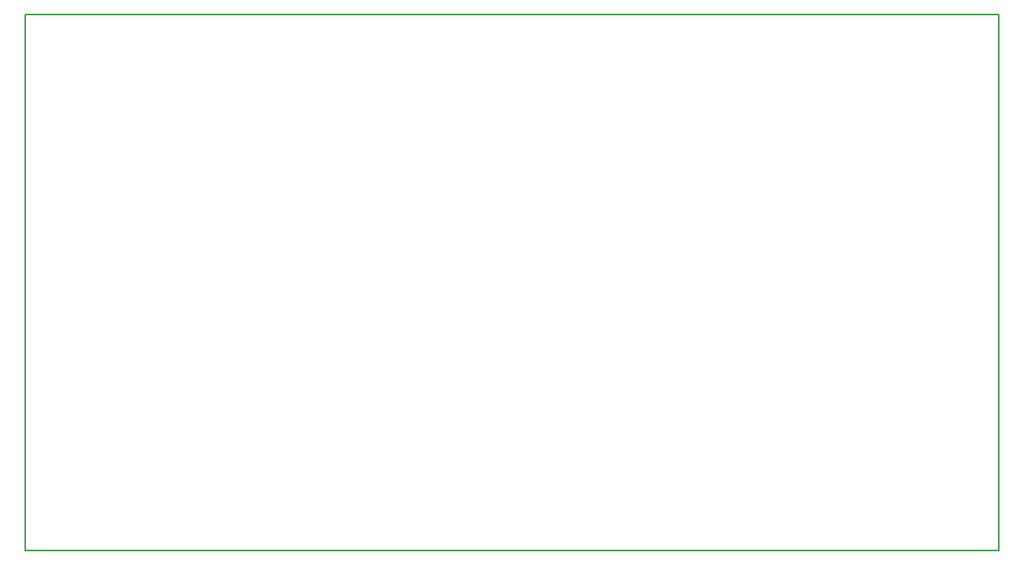
<source format=gm1>
G04 MADE WITH FRITZING*
G04 WWW.FRITZING.ORG*
G04 DOUBLE SIDED*
G04 HOLES PLATED*
G04 CONTOUR ON CENTER OF CONTOUR VECTOR*
%ASAXBY*%
%FSLAX23Y23*%
%MOIN*%
%OFA0B0*%
%SFA1.0B1.0*%
%ADD10R,4.254220X2.348800*%
%ADD11C,0.008000*%
%ADD10C,0.008*%
%LNCONTOUR*%
G90*
G70*
G54D10*
G54D11*
X4Y2345D02*
X4250Y2345D01*
X4250Y4D01*
X4Y4D01*
X4Y2345D01*
D02*
G04 End of contour*
M02*
</source>
